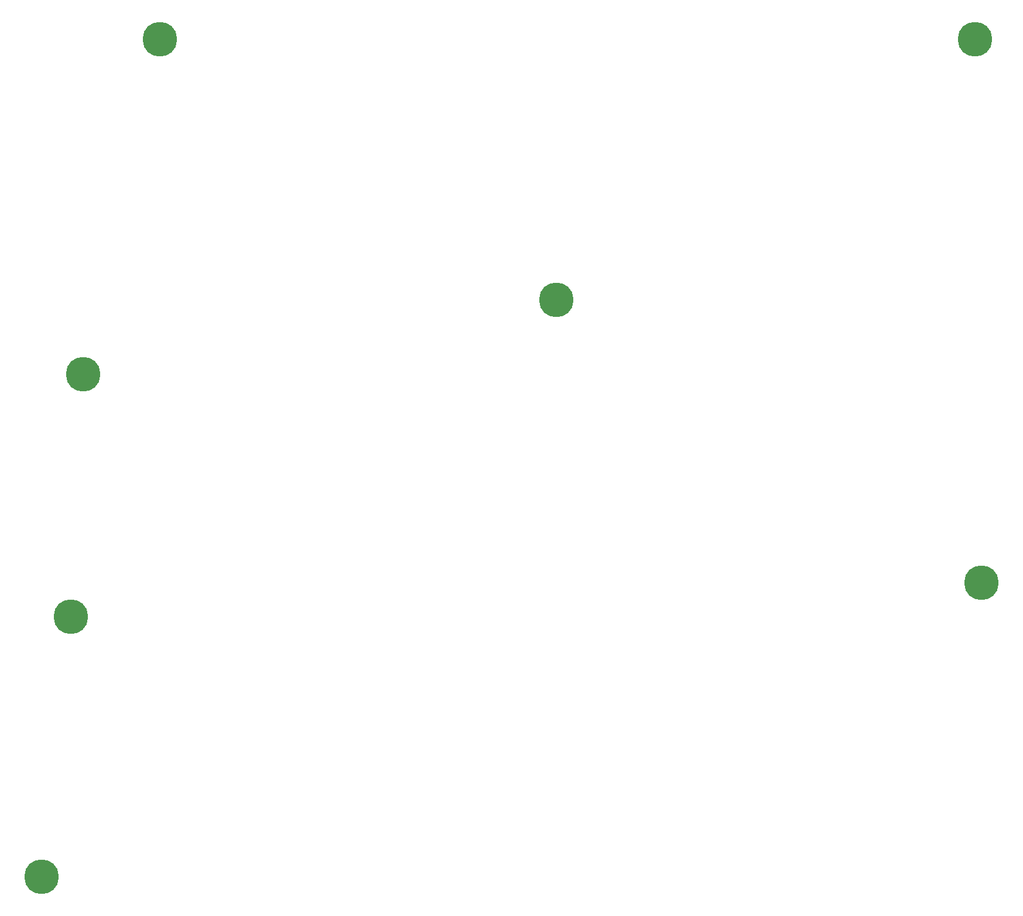
<source format=gts>
%TF.GenerationSoftware,KiCad,Pcbnew,(6.0.5)*%
%TF.CreationDate,2022-08-07T19:44:15-06:00*%
%TF.ProjectId,top,746f702e-6b69-4636-9164-5f7063625858,rev?*%
%TF.SameCoordinates,Original*%
%TF.FileFunction,Soldermask,Top*%
%TF.FilePolarity,Negative*%
%FSLAX46Y46*%
G04 Gerber Fmt 4.6, Leading zero omitted, Abs format (unit mm)*
G04 Created by KiCad (PCBNEW (6.0.5)) date 2022-08-07 19:44:15*
%MOMM*%
%LPD*%
G01*
G04 APERTURE LIST*
%ADD10C,5.000000*%
G04 APERTURE END LIST*
D10*
%TO.C,*%
X139471400Y-92684600D03*
%TD*%
%TO.C,*%
X65074800Y-176098200D03*
%TD*%
%TO.C,*%
X82150000Y-55000000D03*
%TD*%
%TO.C,*%
X71110000Y-103420000D03*
%TD*%
%TO.C,*%
X200990000Y-133590000D03*
%TD*%
%TO.C,*%
X200000000Y-55000000D03*
%TD*%
%TO.C,*%
X69290000Y-138460000D03*
%TD*%
M02*

</source>
